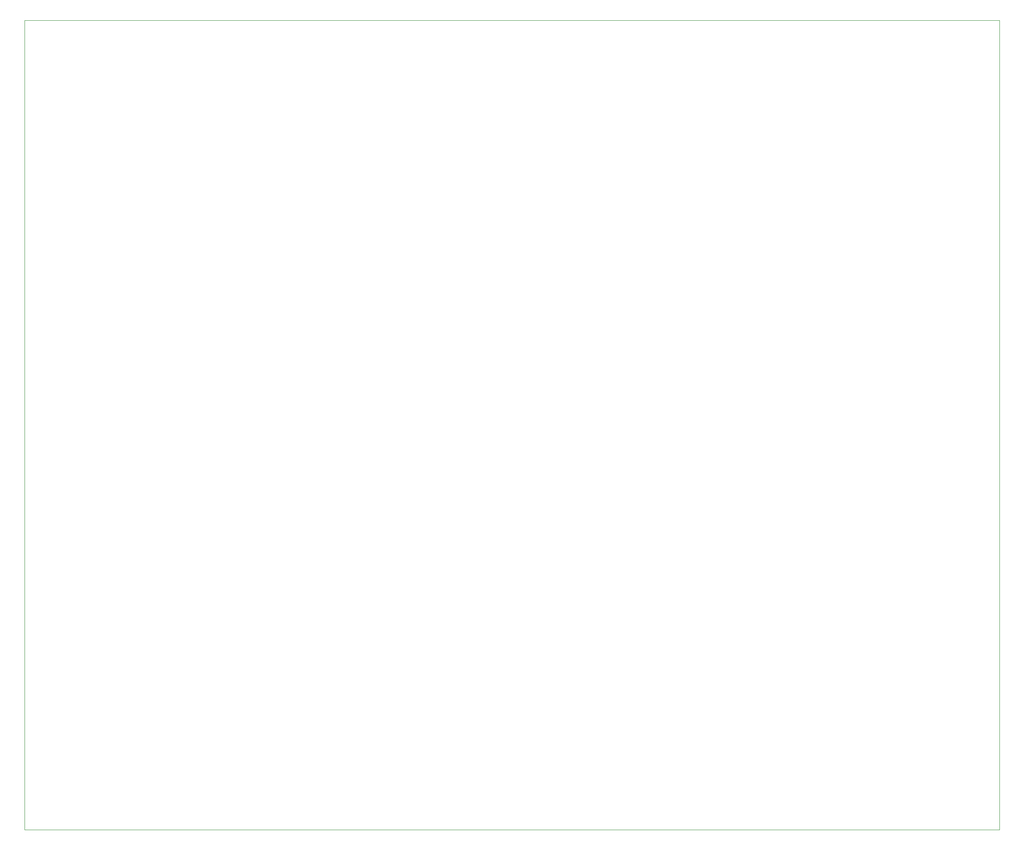
<source format=gbr>
%TF.GenerationSoftware,KiCad,Pcbnew,5.1.10-88a1d61d58~90~ubuntu20.04.1*%
%TF.CreationDate,2021-09-18T21:57:47-04:00*%
%TF.ProjectId,ysFFB,79734646-422e-46b6-9963-61645f706362,rev?*%
%TF.SameCoordinates,Original*%
%TF.FileFunction,Paste,Bot*%
%TF.FilePolarity,Positive*%
%FSLAX46Y46*%
G04 Gerber Fmt 4.6, Leading zero omitted, Abs format (unit mm)*
G04 Created by KiCad (PCBNEW 5.1.10-88a1d61d58~90~ubuntu20.04.1) date 2021-09-18 21:57:47*
%MOMM*%
%LPD*%
G01*
G04 APERTURE LIST*
%TA.AperFunction,Profile*%
%ADD10C,0.100000*%
%TD*%
G04 APERTURE END LIST*
D10*
X27400000Y-194000000D02*
X27400000Y-32000000D01*
X222400000Y-194000000D02*
X27400000Y-194000000D01*
X222400000Y-32000000D02*
X222400000Y-194000000D01*
X27400000Y-32000000D02*
X222400000Y-32000000D01*
M02*

</source>
